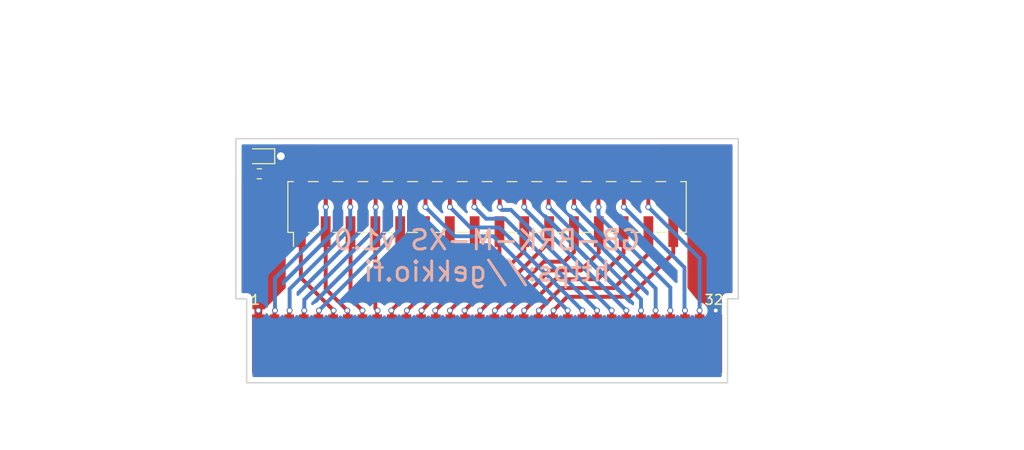
<source format=kicad_pcb>
(kicad_pcb (version 20171130) (host pcbnew 5.0.2-bee76a0~70~ubuntu18.10.1)

  (general
    (thickness 1)
    (drawings 15)
    (tracks 217)
    (zones 0)
    (modules 4)
    (nets 34)
  )

  (page A4)
  (title_block
    (title GB-BRK-M-XS)
    (rev v1.0)
    (company https://gekkio.fi)
  )

  (layers
    (0 F.Cu signal)
    (31 B.Cu signal)
    (32 B.Adhes user)
    (33 F.Adhes user)
    (34 B.Paste user)
    (35 F.Paste user)
    (36 B.SilkS user)
    (37 F.SilkS user)
    (38 B.Mask user)
    (39 F.Mask user)
    (40 Dwgs.User user)
    (41 Cmts.User user)
    (42 Eco1.User user)
    (43 Eco2.User user)
    (44 Edge.Cuts user)
    (45 Margin user)
    (46 B.CrtYd user)
    (47 F.CrtYd user)
    (48 B.Fab user)
    (49 F.Fab user)
  )

  (setup
    (last_trace_width 0.4)
    (user_trace_width 1)
    (trace_clearance 0.4)
    (zone_clearance 0.508)
    (zone_45_only yes)
    (trace_min 0.21)
    (segment_width 0.1)
    (edge_width 0.15)
    (via_size 0.6)
    (via_drill 0.4)
    (via_min_size 0.4)
    (via_min_drill 0.3)
    (uvia_size 0.3)
    (uvia_drill 0.1)
    (uvias_allowed no)
    (uvia_min_size 0.2)
    (uvia_min_drill 0.1)
    (pcb_text_width 0.3)
    (pcb_text_size 1.5 1.5)
    (mod_edge_width 0.15)
    (mod_text_size 1 1)
    (mod_text_width 0.15)
    (pad_size 2.25 2.25)
    (pad_drill 2.25)
    (pad_to_mask_clearance 0)
    (solder_mask_min_width 0.2)
    (aux_axis_origin 100 100)
    (visible_elements FFFFFF7F)
    (pcbplotparams
      (layerselection 0x010fc_ffffffff)
      (usegerberextensions false)
      (usegerberattributes false)
      (usegerberadvancedattributes false)
      (creategerberjobfile true)
      (excludeedgelayer false)
      (linewidth 0.100000)
      (plotframeref false)
      (viasonmask false)
      (mode 1)
      (useauxorigin false)
      (hpglpennumber 1)
      (hpglpenspeed 20)
      (hpglpendiameter 15.000000)
      (psnegative false)
      (psa4output false)
      (plotreference true)
      (plotvalue true)
      (plotinvisibletext false)
      (padsonsilk false)
      (subtractmaskfromsilk false)
      (outputformat 1)
      (mirror false)
      (drillshape 0)
      (scaleselection 1)
      (outputdirectory "gerber/"))
  )

  (net 0 "")
  (net 1 +5V)
  (net 2 GND)
  (net 3 "Net-(D1-Pad2)")
  (net 4 ~WR)
  (net 5 ~RD)
  (net 6 ~CS)
  (net 7 ~RES)
  (net 8 /A0)
  (net 9 /PHI)
  (net 10 /A1)
  (net 11 /A2)
  (net 12 /A3)
  (net 13 /A4)
  (net 14 /D0)
  (net 15 /A5)
  (net 16 /D1)
  (net 17 /A6)
  (net 18 /D2)
  (net 19 /A7)
  (net 20 /D3)
  (net 21 /A8)
  (net 22 /D4)
  (net 23 /A9)
  (net 24 /D5)
  (net 25 /A10)
  (net 26 /D6)
  (net 27 /A11)
  (net 28 /D7)
  (net 29 /A12)
  (net 30 /A13)
  (net 31 /VIN)
  (net 32 /A14)
  (net 33 /A15)

  (net_class Default "This is the default net class."
    (clearance 0.4)
    (trace_width 0.4)
    (via_dia 0.6)
    (via_drill 0.4)
    (uvia_dia 0.3)
    (uvia_drill 0.1)
    (add_net /A0)
    (add_net /A1)
    (add_net /A10)
    (add_net /A11)
    (add_net /A12)
    (add_net /A13)
    (add_net /A14)
    (add_net /A15)
    (add_net /A2)
    (add_net /A3)
    (add_net /A4)
    (add_net /A5)
    (add_net /A6)
    (add_net /A7)
    (add_net /A8)
    (add_net /A9)
    (add_net /D0)
    (add_net /D1)
    (add_net /D2)
    (add_net /D3)
    (add_net /D4)
    (add_net /D5)
    (add_net /D6)
    (add_net /D7)
    (add_net /PHI)
    (add_net /VIN)
    (add_net "Net-(D1-Pad2)")
    (add_net ~CS)
    (add_net ~RD)
    (add_net ~RES)
    (add_net ~WR)
  )

  (net_class Power ""
    (clearance 0.4)
    (trace_width 0.8)
    (via_dia 1)
    (via_drill 0.8)
    (uvia_dia 0.3)
    (uvia_drill 0.1)
    (add_net +5V)
    (add_net GND)
  )

  (module Gekkio_GameBoy:GameBoy_Cartridge locked (layer F.Cu) (tedit 597D92D5) (tstamp 5963D75D)
    (at 100 96)
    (descr "Game Boy cartridge edge connector")
    (tags "gameboy cartridge")
    (path /5A5FBCE0)
    (attr virtual)
    (fp_text reference J2 (at 0 -6) (layer F.SilkS) hide
      (effects (font (size 1 1) (thickness 0.15)))
    )
    (fp_text value Conn_GameBoy_Cartridge (at 0 -4.6) (layer F.Fab)
      (effects (font (size 1 1) (thickness 0.15)))
    )
    (fp_line (start 24.6 -3.5) (end 24.6 3.5) (layer F.CrtYd) (width 0.05))
    (fp_line (start 24.6 3.5) (end -24.6 3.5) (layer F.CrtYd) (width 0.05))
    (fp_line (start -24.6 3.5) (end -24.6 -3.5) (layer F.CrtYd) (width 0.05))
    (fp_line (start -24.6 -3.5) (end 24.6 -3.5) (layer F.CrtYd) (width 0.05))
    (fp_line (start -24.6 -4.6) (end -25.7 -4.6) (layer F.Fab) (width 0.1))
    (fp_line (start -25.7 -4.6) (end -25.7 -7) (layer F.Fab) (width 0.1))
    (fp_line (start 24.6 -4.6) (end 25.7 -4.6) (layer F.Fab) (width 0.1))
    (fp_line (start 25.7 -4.6) (end 25.7 -7) (layer F.Fab) (width 0.1))
    (fp_line (start 24.6 4) (end 24.6 -4.6) (layer F.Fab) (width 0.1))
    (fp_line (start -24.6 4) (end -24.6 -4.6) (layer F.Fab) (width 0.1))
    (fp_line (start -24.6 4) (end 24.6 4) (layer F.Fab) (width 0.1))
    (fp_text user %R (at 0 3) (layer F.Fab)
      (effects (font (size 0.6 0.6) (thickness 0.08)))
    )
    (fp_text user 32 (at 23.2 -4.5) (layer F.SilkS)
      (effects (font (size 1 1) (thickness 0.15)))
    )
    (fp_text user 1 (at -23.7 -4.5) (layer F.SilkS)
      (effects (font (size 1 1) (thickness 0.15)))
    )
    (pad 32 connect rect (at 23.4 0 90) (size 6 1.3) (layers F.Cu F.Mask)
      (net 2 GND))
    (pad 31 connect rect (at 21.75 -0.25 90) (size 5.5 1) (layers F.Cu F.Mask)
      (net 31 /VIN))
    (pad 30 connect rect (at 20.25 -0.25 90) (size 5.5 1) (layers F.Cu F.Mask)
      (net 7 ~RES))
    (pad 29 connect rect (at 18.75 -0.25 90) (size 5.5 1) (layers F.Cu F.Mask)
      (net 28 /D7))
    (pad 28 connect rect (at 17.25 -0.25 90) (size 5.5 1) (layers F.Cu F.Mask)
      (net 26 /D6))
    (pad 27 connect rect (at 15.75 -0.25 90) (size 5.5 1) (layers F.Cu F.Mask)
      (net 24 /D5))
    (pad 26 connect rect (at 14.25 -0.25 90) (size 5.5 1) (layers F.Cu F.Mask)
      (net 22 /D4))
    (pad 25 connect rect (at 12.75 -0.25 90) (size 5.5 1) (layers F.Cu F.Mask)
      (net 20 /D3))
    (pad 24 connect rect (at 11.25 -0.25 90) (size 5.5 1) (layers F.Cu F.Mask)
      (net 18 /D2))
    (pad 23 connect rect (at 9.75 -0.25 90) (size 5.5 1) (layers F.Cu F.Mask)
      (net 16 /D1))
    (pad 22 connect rect (at 8.25 -0.25 90) (size 5.5 1) (layers F.Cu F.Mask)
      (net 14 /D0))
    (pad 21 connect rect (at 6.75 -0.25 90) (size 5.5 1) (layers F.Cu F.Mask)
      (net 33 /A15))
    (pad 20 connect rect (at 5.25 -0.25 90) (size 5.5 1) (layers F.Cu F.Mask)
      (net 32 /A14))
    (pad 19 connect rect (at 3.75 -0.25 90) (size 5.5 1) (layers F.Cu F.Mask)
      (net 30 /A13))
    (pad 18 connect rect (at 2.25 -0.25 90) (size 5.5 1) (layers F.Cu F.Mask)
      (net 29 /A12))
    (pad 17 connect rect (at 0.75 -0.25 90) (size 5.5 1) (layers F.Cu F.Mask)
      (net 27 /A11))
    (pad 16 connect rect (at -0.75 -0.25 90) (size 5.5 1) (layers F.Cu F.Mask)
      (net 25 /A10))
    (pad 15 connect rect (at -2.25 -0.25 90) (size 5.5 1) (layers F.Cu F.Mask)
      (net 23 /A9))
    (pad 14 connect rect (at -3.75 -0.25 90) (size 5.5 1) (layers F.Cu F.Mask)
      (net 21 /A8))
    (pad 13 connect rect (at -5.25 -0.25 90) (size 5.5 1) (layers F.Cu F.Mask)
      (net 19 /A7))
    (pad 12 connect rect (at -6.75 -0.25 90) (size 5.5 1) (layers F.Cu F.Mask)
      (net 17 /A6))
    (pad 11 connect rect (at -8.25 -0.25 90) (size 5.5 1) (layers F.Cu F.Mask)
      (net 15 /A5))
    (pad 10 connect rect (at -9.75 -0.25 90) (size 5.5 1) (layers F.Cu F.Mask)
      (net 13 /A4))
    (pad 9 connect rect (at -11.25 -0.25 90) (size 5.5 1) (layers F.Cu F.Mask)
      (net 12 /A3))
    (pad 8 connect rect (at -12.75 -0.25 90) (size 5.5 1) (layers F.Cu F.Mask)
      (net 11 /A2))
    (pad 7 connect rect (at -14.25 -0.25 90) (size 5.5 1) (layers F.Cu F.Mask)
      (net 10 /A1))
    (pad 6 connect rect (at -15.75 -0.25 90) (size 5.5 1) (layers F.Cu F.Mask)
      (net 8 /A0))
    (pad 5 connect rect (at -17.25 -0.25 90) (size 5.5 1) (layers F.Cu F.Mask)
      (net 6 ~CS))
    (pad 4 connect rect (at -18.75 -0.25 90) (size 5.5 1) (layers F.Cu F.Mask)
      (net 5 ~RD))
    (pad 3 connect rect (at -20.25 -0.25 90) (size 5.5 1) (layers F.Cu F.Mask)
      (net 4 ~WR))
    (pad 1 connect rect (at -23.4 0 90) (size 6 1.3) (layers F.Cu F.Mask)
      (net 1 +5V))
    (pad 2 connect rect (at -21.75 -0.25 90) (size 5.5 1) (layers F.Cu F.Mask)
      (net 9 /PHI))
  )

  (module LED_SMD:LED_0603_1608Metric (layer F.Cu) (tedit 5A5FBC95) (tstamp 5A5FBE9F)
    (at 76.8 76.8 180)
    (descr "LED SMD 0603 (1608 Metric), square (rectangular) end terminal, IPC_7351 nominal, (Body size source: http://www.tortai-tech.com/upload/download/2011102023233369053.pdf), generated with kicad-footprint-generator")
    (tags diode)
    (path /5910CC2A)
    (attr smd)
    (fp_text reference D1 (at 0 -1.65 180) (layer F.SilkS) hide
      (effects (font (size 1 1) (thickness 0.15)))
    )
    (fp_text value LED_R (at 5 0 180) (layer F.Fab)
      (effects (font (size 1 1) (thickness 0.15)))
    )
    (fp_line (start 0.8 -0.4) (end -0.5 -0.4) (layer F.Fab) (width 0.1))
    (fp_line (start -0.5 -0.4) (end -0.8 -0.1) (layer F.Fab) (width 0.1))
    (fp_line (start -0.8 -0.1) (end -0.8 0.4) (layer F.Fab) (width 0.1))
    (fp_line (start -0.8 0.4) (end 0.8 0.4) (layer F.Fab) (width 0.1))
    (fp_line (start 0.8 0.4) (end 0.8 -0.4) (layer F.Fab) (width 0.1))
    (fp_line (start 0.8 -0.76) (end -1.47 -0.76) (layer F.SilkS) (width 0.12))
    (fp_line (start -1.47 -0.76) (end -1.47 0.76) (layer F.SilkS) (width 0.12))
    (fp_line (start -1.47 0.76) (end 0.8 0.76) (layer F.SilkS) (width 0.12))
    (fp_line (start -1.46 0.75) (end -1.46 -0.75) (layer F.CrtYd) (width 0.05))
    (fp_line (start -1.46 -0.75) (end 1.46 -0.75) (layer F.CrtYd) (width 0.05))
    (fp_line (start 1.46 -0.75) (end 1.46 0.75) (layer F.CrtYd) (width 0.05))
    (fp_line (start 1.46 0.75) (end -1.46 0.75) (layer F.CrtYd) (width 0.05))
    (fp_text user %R (at 0 0 180) (layer F.Fab)
      (effects (font (size 0.5 0.5) (thickness 0.08)))
    )
    (pad 1 smd rect (at -0.875 0 180) (size 0.67 1) (layers F.Cu F.Paste F.Mask)
      (net 2 GND))
    (pad 2 smd rect (at 0.875 0 180) (size 0.67 1) (layers F.Cu F.Paste F.Mask)
      (net 3 "Net-(D1-Pad2)"))
    (model ${KISYS3DMOD}/LED_SMD.3dshapes/LED_0603_1608Metric.wrl
      (at (xyz 0 0 0))
      (scale (xyz 1 1 1))
      (rotate (xyz 0 0 0))
    )
  )

  (module Connector_PinHeader_2.54mm:PinHeader_2x16_P2.54mm_Vertical_SMD locked (layer F.Cu) (tedit 5A5FBC99) (tstamp 5A5FBEB1)
    (at 100 82 90)
    (descr "surface-mounted straight pin header, 2x16, 2.54mm pitch, double rows")
    (tags "Surface mounted pin header SMD 2x16 2.54mm double row")
    (path /5910D7D7)
    (attr smd)
    (fp_text reference J1 (at 0 -21.38 90) (layer F.SilkS) hide
      (effects (font (size 1 1) (thickness 0.15)))
    )
    (fp_text value CONN_02X16 (at 0 21.38 90) (layer F.Fab)
      (effects (font (size 1 1) (thickness 0.15)))
    )
    (fp_line (start 2.54 20.32) (end -2.54 20.32) (layer F.Fab) (width 0.1))
    (fp_line (start -1.59 -20.32) (end 2.54 -20.32) (layer F.Fab) (width 0.1))
    (fp_line (start -2.54 20.32) (end -2.54 -19.37) (layer F.Fab) (width 0.1))
    (fp_line (start -2.54 -19.37) (end -1.59 -20.32) (layer F.Fab) (width 0.1))
    (fp_line (start 2.54 -20.32) (end 2.54 20.32) (layer F.Fab) (width 0.1))
    (fp_line (start -2.54 -19.37) (end -3.6 -19.37) (layer F.Fab) (width 0.1))
    (fp_line (start -3.6 -19.37) (end -3.6 -18.73) (layer F.Fab) (width 0.1))
    (fp_line (start -3.6 -18.73) (end -2.54 -18.73) (layer F.Fab) (width 0.1))
    (fp_line (start 2.54 -19.37) (end 3.6 -19.37) (layer F.Fab) (width 0.1))
    (fp_line (start 3.6 -19.37) (end 3.6 -18.73) (layer F.Fab) (width 0.1))
    (fp_line (start 3.6 -18.73) (end 2.54 -18.73) (layer F.Fab) (width 0.1))
    (fp_line (start -2.54 -16.83) (end -3.6 -16.83) (layer F.Fab) (width 0.1))
    (fp_line (start -3.6 -16.83) (end -3.6 -16.19) (layer F.Fab) (width 0.1))
    (fp_line (start -3.6 -16.19) (end -2.54 -16.19) (layer F.Fab) (width 0.1))
    (fp_line (start 2.54 -16.83) (end 3.6 -16.83) (layer F.Fab) (width 0.1))
    (fp_line (start 3.6 -16.83) (end 3.6 -16.19) (layer F.Fab) (width 0.1))
    (fp_line (start 3.6 -16.19) (end 2.54 -16.19) (layer F.Fab) (width 0.1))
    (fp_line (start -2.54 -14.29) (end -3.6 -14.29) (layer F.Fab) (width 0.1))
    (fp_line (start -3.6 -14.29) (end -3.6 -13.65) (layer F.Fab) (width 0.1))
    (fp_line (start -3.6 -13.65) (end -2.54 -13.65) (layer F.Fab) (width 0.1))
    (fp_line (start 2.54 -14.29) (end 3.6 -14.29) (layer F.Fab) (width 0.1))
    (fp_line (start 3.6 -14.29) (end 3.6 -13.65) (layer F.Fab) (width 0.1))
    (fp_line (start 3.6 -13.65) (end 2.54 -13.65) (layer F.Fab) (width 0.1))
    (fp_line (start -2.54 -11.75) (end -3.6 -11.75) (layer F.Fab) (width 0.1))
    (fp_line (start -3.6 -11.75) (end -3.6 -11.11) (layer F.Fab) (width 0.1))
    (fp_line (start -3.6 -11.11) (end -2.54 -11.11) (layer F.Fab) (width 0.1))
    (fp_line (start 2.54 -11.75) (end 3.6 -11.75) (layer F.Fab) (width 0.1))
    (fp_line (start 3.6 -11.75) (end 3.6 -11.11) (layer F.Fab) (width 0.1))
    (fp_line (start 3.6 -11.11) (end 2.54 -11.11) (layer F.Fab) (width 0.1))
    (fp_line (start -2.54 -9.21) (end -3.6 -9.21) (layer F.Fab) (width 0.1))
    (fp_line (start -3.6 -9.21) (end -3.6 -8.57) (layer F.Fab) (width 0.1))
    (fp_line (start -3.6 -8.57) (end -2.54 -8.57) (layer F.Fab) (width 0.1))
    (fp_line (start 2.54 -9.21) (end 3.6 -9.21) (layer F.Fab) (width 0.1))
    (fp_line (start 3.6 -9.21) (end 3.6 -8.57) (layer F.Fab) (width 0.1))
    (fp_line (start 3.6 -8.57) (end 2.54 -8.57) (layer F.Fab) (width 0.1))
    (fp_line (start -2.54 -6.67) (end -3.6 -6.67) (layer F.Fab) (width 0.1))
    (fp_line (start -3.6 -6.67) (end -3.6 -6.03) (layer F.Fab) (width 0.1))
    (fp_line (start -3.6 -6.03) (end -2.54 -6.03) (layer F.Fab) (width 0.1))
    (fp_line (start 2.54 -6.67) (end 3.6 -6.67) (layer F.Fab) (width 0.1))
    (fp_line (start 3.6 -6.67) (end 3.6 -6.03) (layer F.Fab) (width 0.1))
    (fp_line (start 3.6 -6.03) (end 2.54 -6.03) (layer F.Fab) (width 0.1))
    (fp_line (start -2.54 -4.13) (end -3.6 -4.13) (layer F.Fab) (width 0.1))
    (fp_line (start -3.6 -4.13) (end -3.6 -3.49) (layer F.Fab) (width 0.1))
    (fp_line (start -3.6 -3.49) (end -2.54 -3.49) (layer F.Fab) (width 0.1))
    (fp_line (start 2.54 -4.13) (end 3.6 -4.13) (layer F.Fab) (width 0.1))
    (fp_line (start 3.6 -4.13) (end 3.6 -3.49) (layer F.Fab) (width 0.1))
    (fp_line (start 3.6 -3.49) (end 2.54 -3.49) (layer F.Fab) (width 0.1))
    (fp_line (start -2.54 -1.59) (end -3.6 -1.59) (layer F.Fab) (width 0.1))
    (fp_line (start -3.6 -1.59) (end -3.6 -0.95) (layer F.Fab) (width 0.1))
    (fp_line (start -3.6 -0.95) (end -2.54 -0.95) (layer F.Fab) (width 0.1))
    (fp_line (start 2.54 -1.59) (end 3.6 -1.59) (layer F.Fab) (width 0.1))
    (fp_line (start 3.6 -1.59) (end 3.6 -0.95) (layer F.Fab) (width 0.1))
    (fp_line (start 3.6 -0.95) (end 2.54 -0.95) (layer F.Fab) (width 0.1))
    (fp_line (start -2.54 0.95) (end -3.6 0.95) (layer F.Fab) (width 0.1))
    (fp_line (start -3.6 0.95) (end -3.6 1.59) (layer F.Fab) (width 0.1))
    (fp_line (start -3.6 1.59) (end -2.54 1.59) (layer F.Fab) (width 0.1))
    (fp_line (start 2.54 0.95) (end 3.6 0.95) (layer F.Fab) (width 0.1))
    (fp_line (start 3.6 0.95) (end 3.6 1.59) (layer F.Fab) (width 0.1))
    (fp_line (start 3.6 1.59) (end 2.54 1.59) (layer F.Fab) (width 0.1))
    (fp_line (start -2.54 3.49) (end -3.6 3.49) (layer F.Fab) (width 0.1))
    (fp_line (start -3.6 3.49) (end -3.6 4.13) (layer F.Fab) (width 0.1))
    (fp_line (start -3.6 4.13) (end -2.54 4.13) (layer F.Fab) (width 0.1))
    (fp_line (start 2.54 3.49) (end 3.6 3.49) (layer F.Fab) (width 0.1))
    (fp_line (start 3.6 3.49) (end 3.6 4.13) (layer F.Fab) (width 0.1))
    (fp_line (start 3.6 4.13) (end 2.54 4.13) (layer F.Fab) (width 0.1))
    (fp_line (start -2.54 6.03) (end -3.6 6.03) (layer F.Fab) (width 0.1))
    (fp_line (start -3.6 6.03) (end -3.6 6.67) (layer F.Fab) (width 0.1))
    (fp_line (start -3.6 6.67) (end -2.54 6.67) (layer F.Fab) (width 0.1))
    (fp_line (start 2.54 6.03) (end 3.6 6.03) (layer F.Fab) (width 0.1))
    (fp_line (start 3.6 6.03) (end 3.6 6.67) (layer F.Fab) (width 0.1))
    (fp_line (start 3.6 6.67) (end 2.54 6.67) (layer F.Fab) (width 0.1))
    (fp_line (start -2.54 8.57) (end -3.6 8.57) (layer F.Fab) (width 0.1))
    (fp_line (start -3.6 8.57) (end -3.6 9.21) (layer F.Fab) (width 0.1))
    (fp_line (start -3.6 9.21) (end -2.54 9.21) (layer F.Fab) (width 0.1))
    (fp_line (start 2.54 8.57) (end 3.6 8.57) (layer F.Fab) (width 0.1))
    (fp_line (start 3.6 8.57) (end 3.6 9.21) (layer F.Fab) (width 0.1))
    (fp_line (start 3.6 9.21) (end 2.54 9.21) (layer F.Fab) (width 0.1))
    (fp_line (start -2.54 11.11) (end -3.6 11.11) (layer F.Fab) (width 0.1))
    (fp_line (start -3.6 11.11) (end -3.6 11.75) (layer F.Fab) (width 0.1))
    (fp_line (start -3.6 11.75) (end -2.54 11.75) (layer F.Fab) (width 0.1))
    (fp_line (start 2.54 11.11) (end 3.6 11.11) (layer F.Fab) (width 0.1))
    (fp_line (start 3.6 11.11) (end 3.6 11.75) (layer F.Fab) (width 0.1))
    (fp_line (start 3.6 11.75) (end 2.54 11.75) (layer F.Fab) (width 0.1))
    (fp_line (start -2.54 13.65) (end -3.6 13.65) (layer F.Fab) (width 0.1))
    (fp_line (start -3.6 13.65) (end -3.6 14.29) (layer F.Fab) (width 0.1))
    (fp_line (start -3.6 14.29) (end -2.54 14.29) (layer F.Fab) (width 0.1))
    (fp_line (start 2.54 13.65) (end 3.6 13.65) (layer F.Fab) (width 0.1))
    (fp_line (start 3.6 13.65) (end 3.6 14.29) (layer F.Fab) (width 0.1))
    (fp_line (start 3.6 14.29) (end 2.54 14.29) (layer F.Fab) (width 0.1))
    (fp_line (start -2.54 16.19) (end -3.6 16.19) (layer F.Fab) (width 0.1))
    (fp_line (start -3.6 16.19) (end -3.6 16.83) (layer F.Fab) (width 0.1))
    (fp_line (start -3.6 16.83) (end -2.54 16.83) (layer F.Fab) (width 0.1))
    (fp_line (start 2.54 16.19) (end 3.6 16.19) (layer F.Fab) (width 0.1))
    (fp_line (start 3.6 16.19) (end 3.6 16.83) (layer F.Fab) (width 0.1))
    (fp_line (start 3.6 16.83) (end 2.54 16.83) (layer F.Fab) (width 0.1))
    (fp_line (start -2.54 18.73) (end -3.6 18.73) (layer F.Fab) (width 0.1))
    (fp_line (start -3.6 18.73) (end -3.6 19.37) (layer F.Fab) (width 0.1))
    (fp_line (start -3.6 19.37) (end -2.54 19.37) (layer F.Fab) (width 0.1))
    (fp_line (start 2.54 18.73) (end 3.6 18.73) (layer F.Fab) (width 0.1))
    (fp_line (start 3.6 18.73) (end 3.6 19.37) (layer F.Fab) (width 0.1))
    (fp_line (start 3.6 19.37) (end 2.54 19.37) (layer F.Fab) (width 0.1))
    (fp_line (start -2.6 -20.38) (end 2.6 -20.38) (layer F.SilkS) (width 0.12))
    (fp_line (start -2.6 20.38) (end 2.6 20.38) (layer F.SilkS) (width 0.12))
    (fp_line (start -4.04 -19.81) (end -2.6 -19.81) (layer F.SilkS) (width 0.12))
    (fp_line (start -2.6 -20.38) (end -2.6 -19.81) (layer F.SilkS) (width 0.12))
    (fp_line (start 2.6 -20.38) (end 2.6 -19.81) (layer F.SilkS) (width 0.12))
    (fp_line (start -2.6 19.81) (end -2.6 20.38) (layer F.SilkS) (width 0.12))
    (fp_line (start 2.6 19.81) (end 2.6 20.38) (layer F.SilkS) (width 0.12))
    (fp_line (start -2.6 -18.29) (end -2.6 -17.27) (layer F.SilkS) (width 0.12))
    (fp_line (start 2.6 -18.29) (end 2.6 -17.27) (layer F.SilkS) (width 0.12))
    (fp_line (start -2.6 -15.75) (end -2.6 -14.73) (layer F.SilkS) (width 0.12))
    (fp_line (start 2.6 -15.75) (end 2.6 -14.73) (layer F.SilkS) (width 0.12))
    (fp_line (start -2.6 -13.21) (end -2.6 -12.19) (layer F.SilkS) (width 0.12))
    (fp_line (start 2.6 -13.21) (end 2.6 -12.19) (layer F.SilkS) (width 0.12))
    (fp_line (start -2.6 -10.67) (end -2.6 -9.65) (layer F.SilkS) (width 0.12))
    (fp_line (start 2.6 -10.67) (end 2.6 -9.65) (layer F.SilkS) (width 0.12))
    (fp_line (start -2.6 -8.13) (end -2.6 -7.11) (layer F.SilkS) (width 0.12))
    (fp_line (start 2.6 -8.13) (end 2.6 -7.11) (layer F.SilkS) (width 0.12))
    (fp_line (start -2.6 -5.59) (end -2.6 -4.57) (layer F.SilkS) (width 0.12))
    (fp_line (start 2.6 -5.59) (end 2.6 -4.57) (layer F.SilkS) (width 0.12))
    (fp_line (start -2.6 -3.05) (end -2.6 -2.03) (layer F.SilkS) (width 0.12))
    (fp_line (start 2.6 -3.05) (end 2.6 -2.03) (layer F.SilkS) (width 0.12))
    (fp_line (start -2.6 -0.51) (end -2.6 0.51) (layer F.SilkS) (width 0.12))
    (fp_line (start 2.6 -0.51) (end 2.6 0.51) (layer F.SilkS) (width 0.12))
    (fp_line (start -2.6 2.03) (end -2.6 3.05) (layer F.SilkS) (width 0.12))
    (fp_line (start 2.6 2.03) (end 2.6 3.05) (layer F.SilkS) (width 0.12))
    (fp_line (start -2.6 4.57) (end -2.6 5.59) (layer F.SilkS) (width 0.12))
    (fp_line (start 2.6 4.57) (end 2.6 5.59) (layer F.SilkS) (width 0.12))
    (fp_line (start -2.6 7.11) (end -2.6 8.13) (layer F.SilkS) (width 0.12))
    (fp_line (start 2.6 7.11) (end 2.6 8.13) (layer F.SilkS) (width 0.12))
    (fp_line (start -2.6 9.65) (end -2.6 10.67) (layer F.SilkS) (width 0.12))
    (fp_line (start 2.6 9.65) (end 2.6 10.67) (layer F.SilkS) (width 0.12))
    (fp_line (start -2.6 12.19) (end -2.6 13.21) (layer F.SilkS) (width 0.12))
    (fp_line (start 2.6 12.19) (end 2.6 13.21) (layer F.SilkS) (width 0.12))
    (fp_line (start -2.6 14.73) (end -2.6 15.75) (layer F.SilkS) (width 0.12))
    (fp_line (start 2.6 14.73) (end 2.6 15.75) (layer F.SilkS) (width 0.12))
    (fp_line (start -2.6 17.27) (end -2.6 18.29) (layer F.SilkS) (width 0.12))
    (fp_line (start 2.6 17.27) (end 2.6 18.29) (layer F.SilkS) (width 0.12))
    (fp_line (start -5.9 -20.85) (end -5.9 20.85) (layer F.CrtYd) (width 0.05))
    (fp_line (start -5.9 20.85) (end 5.9 20.85) (layer F.CrtYd) (width 0.05))
    (fp_line (start 5.9 20.85) (end 5.9 -20.85) (layer F.CrtYd) (width 0.05))
    (fp_line (start 5.9 -20.85) (end -5.9 -20.85) (layer F.CrtYd) (width 0.05))
    (fp_text user %R (at 0 0 180) (layer F.Fab)
      (effects (font (size 1 1) (thickness 0.15)))
    )
    (pad 1 smd rect (at -2.525 -19.05 90) (size 3.15 1) (layers F.Cu F.Paste F.Mask)
      (net 8 /A0))
    (pad 2 smd rect (at 2.525 -19.05 90) (size 3.15 1) (layers F.Cu F.Paste F.Mask)
      (net 1 +5V))
    (pad 3 smd rect (at -2.525 -16.51 90) (size 3.15 1) (layers F.Cu F.Paste F.Mask)
      (net 10 /A1))
    (pad 4 smd rect (at 2.525 -16.51 90) (size 3.15 1) (layers F.Cu F.Paste F.Mask)
      (net 9 /PHI))
    (pad 5 smd rect (at -2.525 -13.97 90) (size 3.15 1) (layers F.Cu F.Paste F.Mask)
      (net 11 /A2))
    (pad 6 smd rect (at 2.525 -13.97 90) (size 3.15 1) (layers F.Cu F.Paste F.Mask)
      (net 4 ~WR))
    (pad 7 smd rect (at -2.525 -11.43 90) (size 3.15 1) (layers F.Cu F.Paste F.Mask)
      (net 12 /A3))
    (pad 8 smd rect (at 2.525 -11.43 90) (size 3.15 1) (layers F.Cu F.Paste F.Mask)
      (net 5 ~RD))
    (pad 9 smd rect (at -2.525 -8.89 90) (size 3.15 1) (layers F.Cu F.Paste F.Mask)
      (net 13 /A4))
    (pad 10 smd rect (at 2.525 -8.89 90) (size 3.15 1) (layers F.Cu F.Paste F.Mask)
      (net 6 ~CS))
    (pad 11 smd rect (at -2.525 -6.35 90) (size 3.15 1) (layers F.Cu F.Paste F.Mask)
      (net 15 /A5))
    (pad 12 smd rect (at 2.525 -6.35 90) (size 3.15 1) (layers F.Cu F.Paste F.Mask)
      (net 14 /D0))
    (pad 13 smd rect (at -2.525 -3.81 90) (size 3.15 1) (layers F.Cu F.Paste F.Mask)
      (net 17 /A6))
    (pad 14 smd rect (at 2.525 -3.81 90) (size 3.15 1) (layers F.Cu F.Paste F.Mask)
      (net 16 /D1))
    (pad 15 smd rect (at -2.525 -1.27 90) (size 3.15 1) (layers F.Cu F.Paste F.Mask)
      (net 19 /A7))
    (pad 16 smd rect (at 2.525 -1.27 90) (size 3.15 1) (layers F.Cu F.Paste F.Mask)
      (net 18 /D2))
    (pad 17 smd rect (at -2.525 1.27 90) (size 3.15 1) (layers F.Cu F.Paste F.Mask)
      (net 21 /A8))
    (pad 18 smd rect (at 2.525 1.27 90) (size 3.15 1) (layers F.Cu F.Paste F.Mask)
      (net 20 /D3))
    (pad 19 smd rect (at -2.525 3.81 90) (size 3.15 1) (layers F.Cu F.Paste F.Mask)
      (net 23 /A9))
    (pad 20 smd rect (at 2.525 3.81 90) (size 3.15 1) (layers F.Cu F.Paste F.Mask)
      (net 22 /D4))
    (pad 21 smd rect (at -2.525 6.35 90) (size 3.15 1) (layers F.Cu F.Paste F.Mask)
      (net 25 /A10))
    (pad 22 smd rect (at 2.525 6.35 90) (size 3.15 1) (layers F.Cu F.Paste F.Mask)
      (net 24 /D5))
    (pad 23 smd rect (at -2.525 8.89 90) (size 3.15 1) (layers F.Cu F.Paste F.Mask)
      (net 27 /A11))
    (pad 24 smd rect (at 2.525 8.89 90) (size 3.15 1) (layers F.Cu F.Paste F.Mask)
      (net 26 /D6))
    (pad 25 smd rect (at -2.525 11.43 90) (size 3.15 1) (layers F.Cu F.Paste F.Mask)
      (net 29 /A12))
    (pad 26 smd rect (at 2.525 11.43 90) (size 3.15 1) (layers F.Cu F.Paste F.Mask)
      (net 28 /D7))
    (pad 27 smd rect (at -2.525 13.97 90) (size 3.15 1) (layers F.Cu F.Paste F.Mask)
      (net 30 /A13))
    (pad 28 smd rect (at 2.525 13.97 90) (size 3.15 1) (layers F.Cu F.Paste F.Mask)
      (net 7 ~RES))
    (pad 29 smd rect (at -2.525 16.51 90) (size 3.15 1) (layers F.Cu F.Paste F.Mask)
      (net 32 /A14))
    (pad 30 smd rect (at 2.525 16.51 90) (size 3.15 1) (layers F.Cu F.Paste F.Mask)
      (net 31 /VIN))
    (pad 31 smd rect (at -2.525 19.05 90) (size 3.15 1) (layers F.Cu F.Paste F.Mask)
      (net 33 /A15))
    (pad 32 smd rect (at 2.525 19.05 90) (size 3.15 1) (layers F.Cu F.Paste F.Mask)
      (net 2 GND))
    (model ${KISYS3DMOD}/Connector_PinHeader_2.54mm.3dshapes/PinHeader_2x16_P2.54mm_Vertical_SMD.wrl
      (at (xyz 0 0 0))
      (scale (xyz 1 1 1))
      (rotate (xyz 0 0 0))
    )
  )

  (module Resistor_SMD:R_0603_1608Metric (layer F.Cu) (tedit 5A5FBC97) (tstamp 5A5FBF63)
    (at 76.7 78.6 180)
    (descr "Resistor SMD 0603 (1608 Metric), square (rectangular) end terminal, IPC_7351 nominal, (Body size source: http://www.tortai-tech.com/upload/download/2011102023233369053.pdf), generated with kicad-footprint-generator")
    (tags resistor)
    (path /5910CAE9)
    (attr smd)
    (fp_text reference R1 (at 0 -1.65 180) (layer F.SilkS) hide
      (effects (font (size 1 1) (thickness 0.15)))
    )
    (fp_text value 1K (at 3.6 0 180) (layer F.Fab)
      (effects (font (size 1 1) (thickness 0.15)))
    )
    (fp_line (start -0.8 0.4) (end -0.8 -0.4) (layer F.Fab) (width 0.1))
    (fp_line (start -0.8 -0.4) (end 0.8 -0.4) (layer F.Fab) (width 0.1))
    (fp_line (start 0.8 -0.4) (end 0.8 0.4) (layer F.Fab) (width 0.1))
    (fp_line (start 0.8 0.4) (end -0.8 0.4) (layer F.Fab) (width 0.1))
    (fp_line (start -0.22 -0.51) (end 0.22 -0.51) (layer F.SilkS) (width 0.12))
    (fp_line (start -0.22 0.51) (end 0.22 0.51) (layer F.SilkS) (width 0.12))
    (fp_line (start -1.46 0.75) (end -1.46 -0.75) (layer F.CrtYd) (width 0.05))
    (fp_line (start -1.46 -0.75) (end 1.46 -0.75) (layer F.CrtYd) (width 0.05))
    (fp_line (start 1.46 -0.75) (end 1.46 0.75) (layer F.CrtYd) (width 0.05))
    (fp_line (start 1.46 0.75) (end -1.46 0.75) (layer F.CrtYd) (width 0.05))
    (fp_text user %R (at 0 0 180) (layer F.Fab)
      (effects (font (size 0.5 0.5) (thickness 0.08)))
    )
    (pad 1 smd rect (at -0.875 0 180) (size 0.67 1) (layers F.Cu F.Paste F.Mask)
      (net 1 +5V))
    (pad 2 smd rect (at 0.875 0 180) (size 0.67 1) (layers F.Cu F.Paste F.Mask)
      (net 3 "Net-(D1-Pad2)"))
    (model ${KISYS3DMOD}/Resistor_SMD.3dshapes/R_0603_1608Metric.wrl
      (at (xyz 0 0 0))
      (scale (xyz 1 1 1))
      (rotate (xyz 0 0 0))
    )
  )

  (dimension 51.4 (width 0.3) (layer F.Fab)
    (gr_text "51,400 mm" (at 100 62.65) (layer F.Fab)
      (effects (font (size 1.5 1.5) (thickness 0.3)))
    )
    (feature1 (pts (xy 125.7 74) (xy 125.7 61.3)))
    (feature2 (pts (xy 74.3 74) (xy 74.3 61.3)))
    (crossbar (pts (xy 74.3 64) (xy 125.7 64)))
    (arrow1a (pts (xy 125.7 64) (xy 124.573496 64.586421)))
    (arrow1b (pts (xy 125.7 64) (xy 124.573496 63.413579)))
    (arrow2a (pts (xy 74.3 64) (xy 75.426504 64.586421)))
    (arrow2b (pts (xy 74.3 64) (xy 75.426504 63.413579)))
  )
  (gr_text "PCB thickness: 1.0 mm" (at 141.3 105.5) (layer F.Fab)
    (effects (font (size 1.5 1.5) (thickness 0.3)))
  )
  (dimension 16.4 (width 0.3) (layer F.Fab)
    (gr_text "16,400 mm" (at 56.45 83.2 270) (layer F.Fab)
      (effects (font (size 1.5 1.5) (thickness 0.3)))
    )
    (feature1 (pts (xy 66 91.4) (xy 55.1 91.4)))
    (feature2 (pts (xy 66 75) (xy 55.1 75)))
    (crossbar (pts (xy 57.8 75) (xy 57.8 91.4)))
    (arrow1a (pts (xy 57.8 91.4) (xy 57.213579 90.273496)))
    (arrow1b (pts (xy 57.8 91.4) (xy 58.386421 90.273496)))
    (arrow2a (pts (xy 57.8 75) (xy 57.213579 76.126504)))
    (arrow2b (pts (xy 57.8 75) (xy 58.386421 76.126504)))
  )
  (dimension 25 (width 0.3) (layer F.Fab)
    (gr_text "25,000 mm" (at 140.15 87.5 270) (layer F.Fab)
      (effects (font (size 1.5 1.5) (thickness 0.3)))
    )
    (feature1 (pts (xy 130 100) (xy 141.5 100)))
    (feature2 (pts (xy 130 75) (xy 141.5 75)))
    (crossbar (pts (xy 138.8 75) (xy 138.8 100)))
    (arrow1a (pts (xy 138.8 100) (xy 138.213579 98.873496)))
    (arrow1b (pts (xy 138.8 100) (xy 139.386421 98.873496)))
    (arrow2a (pts (xy 138.8 75) (xy 138.213579 76.126504)))
    (arrow2b (pts (xy 138.8 75) (xy 139.386421 76.126504)))
  )
  (dimension 8.6 (width 0.2) (layer F.Fab)
    (gr_text "8,600 mm" (at 69.25 95.7 270) (layer F.Fab)
      (effects (font (size 1 1) (thickness 0.2)))
    )
    (feature1 (pts (xy 73.8 100) (xy 67.9 100)))
    (feature2 (pts (xy 73.8 91.4) (xy 67.9 91.4)))
    (crossbar (pts (xy 70.6 91.4) (xy 70.6 100)))
    (arrow1a (pts (xy 70.6 100) (xy 70.013579 98.873496)))
    (arrow1b (pts (xy 70.6 100) (xy 71.186421 98.873496)))
    (arrow2a (pts (xy 70.6 91.4) (xy 70.013579 92.526504)))
    (arrow2b (pts (xy 70.6 91.4) (xy 71.186421 92.526504)))
  )
  (dimension 49.2 (width 0.3) (layer F.Fab)
    (gr_text "49,200 mm" (at 100 107.05) (layer F.Fab)
      (effects (font (size 1.5 1.5) (thickness 0.3)))
    )
    (feature1 (pts (xy 124.6 100.6) (xy 124.6 108.4)))
    (feature2 (pts (xy 75.4 100.6) (xy 75.4 108.4)))
    (crossbar (pts (xy 75.4 105.7) (xy 124.6 105.7)))
    (arrow1a (pts (xy 124.6 105.7) (xy 123.473496 106.286421)))
    (arrow1b (pts (xy 124.6 105.7) (xy 123.473496 105.113579)))
    (arrow2a (pts (xy 75.4 105.7) (xy 76.526504 106.286421)))
    (arrow2b (pts (xy 75.4 105.7) (xy 76.526504 105.113579)))
  )
  (gr_text "GB-BRK-M-XS v1.0\nhttps://gekkio.fi" (at 100 87) (layer B.SilkS)
    (effects (font (size 2 2) (thickness 0.3)) (justify mirror))
  )
  (gr_line (start 74.3 75) (end 125.7 75) (angle 90) (layer Edge.Cuts) (width 0.15))
  (gr_line (start 74.3 91.4) (end 74.3 75) (angle 90) (layer Edge.Cuts) (width 0.15))
  (gr_line (start 75.4 91.4) (end 74.3 91.4) (angle 90) (layer Edge.Cuts) (width 0.15))
  (gr_line (start 75.4 100) (end 75.4 91.4) (angle 90) (layer Edge.Cuts) (width 0.15))
  (gr_line (start 125.7 91.4) (end 125.7 75) (angle 90) (layer Edge.Cuts) (width 0.15))
  (gr_line (start 124.6 91.4) (end 125.7 91.4) (angle 90) (layer Edge.Cuts) (width 0.15))
  (gr_line (start 124.6 100) (end 124.6 91.4) (angle 90) (layer Edge.Cuts) (width 0.15))
  (gr_line (start 75.4 100) (end 124.6 100) (angle 90) (layer Edge.Cuts) (width 0.15))

  (segment (start 76.6 92.6) (end 76.6 91.5) (width 0.8) (layer F.Cu) (net 1))
  (segment (start 76.6 95.75) (end 76.6 92.6) (width 0.8) (layer F.Cu) (net 1) (status 10))
  (via (at 76.6 92.6) (size 0.6) (drill 0.4) (layers F.Cu B.Cu) (net 1))
  (segment (start 77.6 76.8) (end 78.9 76.8) (width 1) (layer F.Cu) (net 2))
  (via (at 78.9 76.8) (size 1) (drill 0.8) (layers F.Cu B.Cu) (net 2))
  (segment (start 123.4 96) (end 123.4 92.6) (width 0.8) (layer F.Cu) (net 2) (status 10))
  (via (at 123.4 92.6) (size 0.6) (drill 0.4) (layers F.Cu B.Cu) (net 2))
  (segment (start 75.95 78.6) (end 75.95 76.85) (width 0.4) (layer F.Cu) (net 3))
  (segment (start 75.95 76.85) (end 76 76.8) (width 0.4) (layer F.Cu) (net 3))
  (segment (start 79.8 92.6) (end 79.8 90.4) (width 0.4) (layer B.Cu) (net 4))
  (segment (start 79.8 90.4) (end 86 84.2) (width 0.4) (layer B.Cu) (net 4))
  (segment (start 86 84.2) (end 86 82) (width 0.4) (layer B.Cu) (net 4))
  (segment (start 86 82) (end 86 79.505) (width 0.4) (layer F.Cu) (net 4))
  (segment (start 86 79.505) (end 86.03 79.475) (width 0.4) (layer F.Cu) (net 4))
  (via (at 86 82) (size 0.6) (drill 0.4) (layers F.Cu B.Cu) (net 4))
  (segment (start 79.75 95.75) (end 79.75 92.65) (width 0.4) (layer F.Cu) (net 4) (status 10))
  (segment (start 79.75 92.65) (end 79.8 92.6) (width 0.4) (layer F.Cu) (net 4))
  (via (at 79.8 92.6) (size 0.6) (drill 0.4) (layers F.Cu B.Cu) (net 4))
  (segment (start 81.3 92.6) (end 81.3 91.5) (width 0.4) (layer B.Cu) (net 5))
  (segment (start 81.3 91.5) (end 88.6 84.2) (width 0.4) (layer B.Cu) (net 5))
  (segment (start 88.6 84.2) (end 88.6 82) (width 0.4) (layer B.Cu) (net 5))
  (segment (start 88.6 82) (end 88.6 79.505) (width 0.4) (layer F.Cu) (net 5))
  (segment (start 88.6 79.505) (end 88.57 79.475) (width 0.4) (layer F.Cu) (net 5))
  (via (at 88.6 82) (size 0.6) (drill 0.4) (layers F.Cu B.Cu) (net 5))
  (segment (start 81.25 95.75) (end 81.25 92.65) (width 0.4) (layer F.Cu) (net 5) (status 10))
  (segment (start 81.25 92.65) (end 81.3 92.6) (width 0.4) (layer F.Cu) (net 5))
  (via (at 81.3 92.6) (size 0.6) (drill 0.4) (layers F.Cu B.Cu) (net 5))
  (segment (start 82.8 92.6) (end 91.1 84.3) (width 0.4) (layer B.Cu) (net 6))
  (segment (start 91.1 84.3) (end 91.1 82) (width 0.4) (layer B.Cu) (net 6))
  (segment (start 91.1 82) (end 91.1 79.485) (width 0.4) (layer F.Cu) (net 6))
  (segment (start 91.1 79.485) (end 91.11 79.475) (width 0.4) (layer F.Cu) (net 6))
  (via (at 91.1 82) (size 0.6) (drill 0.4) (layers F.Cu B.Cu) (net 6))
  (segment (start 82.75 95.75) (end 82.75 92.65) (width 0.4) (layer F.Cu) (net 6) (status 10))
  (segment (start 82.75 92.65) (end 82.8 92.6) (width 0.4) (layer F.Cu) (net 6))
  (via (at 82.8 92.6) (size 0.6) (drill 0.4) (layers F.Cu B.Cu) (net 6))
  (segment (start 120.25 92.6) (end 120.2 92.55) (width 0.4) (layer B.Cu) (net 7))
  (segment (start 120.2 92.55) (end 120.2 88.2) (width 0.4) (layer B.Cu) (net 7))
  (segment (start 120.2 88.2) (end 114 82) (width 0.4) (layer B.Cu) (net 7))
  (segment (start 114 82) (end 114 79.505) (width 0.4) (layer F.Cu) (net 7))
  (segment (start 114 79.505) (end 113.97 79.475) (width 0.4) (layer F.Cu) (net 7))
  (via (at 114 82) (size 0.6) (drill 0.4) (layers F.Cu B.Cu) (net 7))
  (via (at 120.25 92.6) (size 0.6) (drill 0.4) (layers F.Cu B.Cu) (net 7))
  (segment (start 120.25 92.6) (end 120.25 95.75) (width 0.4) (layer F.Cu) (net 7) (status 20))
  (segment (start 80.95 84.525) (end 80.95 89.25) (width 0.4) (layer F.Cu) (net 8))
  (segment (start 80.95 89.25) (end 84.3 92.6) (width 0.4) (layer F.Cu) (net 8))
  (segment (start 84.25 95.75) (end 84.25 92.65) (width 0.4) (layer F.Cu) (net 8) (status 10))
  (segment (start 84.25 92.65) (end 84.3 92.6) (width 0.4) (layer F.Cu) (net 8))
  (via (at 84.3 92.6) (size 0.6) (drill 0.4) (layers F.Cu B.Cu) (net 8))
  (segment (start 78.3 92.6) (end 78.3 89.3) (width 0.4) (layer B.Cu) (net 9))
  (segment (start 78.3 89.3) (end 83.5 84.1) (width 0.4) (layer B.Cu) (net 9))
  (segment (start 83.5 84.1) (end 83.5 82) (width 0.4) (layer B.Cu) (net 9))
  (segment (start 83.49 81.99) (end 83.5 82) (width 0.4) (layer F.Cu) (net 9))
  (segment (start 83.49 79.475) (end 83.49 81.99) (width 0.4) (layer F.Cu) (net 9))
  (segment (start 83.5 79.485) (end 83.5 82) (width 0.4) (layer F.Cu) (net 9))
  (via (at 83.5 82) (size 0.6) (drill 0.4) (layers F.Cu B.Cu) (net 9))
  (segment (start 78.25 95.75) (end 78.25 92.65) (width 0.4) (layer F.Cu) (net 9) (status 10))
  (segment (start 78.25 92.65) (end 78.3 92.6) (width 0.4) (layer F.Cu) (net 9))
  (via (at 78.3 92.6) (size 0.6) (drill 0.4) (layers F.Cu B.Cu) (net 9))
  (segment (start 83.49 84.525) (end 83.49 90.39) (width 0.4) (layer F.Cu) (net 10))
  (segment (start 83.49 90.39) (end 85.7 92.6) (width 0.4) (layer F.Cu) (net 10))
  (segment (start 85.75 95.75) (end 85.75 92.65) (width 0.4) (layer F.Cu) (net 10) (status 10))
  (segment (start 85.75 92.65) (end 85.7 92.6) (width 0.4) (layer F.Cu) (net 10))
  (via (at 85.7 92.6) (size 0.6) (drill 0.4) (layers F.Cu B.Cu) (net 10))
  (segment (start 86.03 84.525) (end 86.03 91.38) (width 0.4) (layer F.Cu) (net 11))
  (segment (start 86.03 91.38) (end 87.25 92.6) (width 0.4) (layer F.Cu) (net 11))
  (segment (start 87.25 95.75) (end 87.25 92.6) (width 0.4) (layer F.Cu) (net 11) (status 10))
  (via (at 87.25 92.6) (size 0.6) (drill 0.4) (layers F.Cu B.Cu) (net 11))
  (segment (start 88.57 84.525) (end 88.57 92.37) (width 0.4) (layer F.Cu) (net 12))
  (segment (start 88.57 92.37) (end 88.8 92.6) (width 0.4) (layer F.Cu) (net 12))
  (segment (start 88.75 95.75) (end 88.75 92.65) (width 0.4) (layer F.Cu) (net 12) (status 10))
  (segment (start 88.75 92.65) (end 88.8 92.6) (width 0.4) (layer F.Cu) (net 12))
  (via (at 88.8 92.6) (size 0.6) (drill 0.4) (layers F.Cu B.Cu) (net 12))
  (segment (start 91.11 84.525) (end 91.11 91.69) (width 0.4) (layer F.Cu) (net 13))
  (segment (start 91.11 91.69) (end 90.2 92.6) (width 0.4) (layer F.Cu) (net 13))
  (segment (start 90.25 95.75) (end 90.25 92.65) (width 0.4) (layer F.Cu) (net 13) (status 10))
  (segment (start 90.25 92.65) (end 90.2 92.6) (width 0.4) (layer F.Cu) (net 13))
  (via (at 90.2 92.6) (size 0.6) (drill 0.4) (layers F.Cu B.Cu) (net 13))
  (segment (start 108.25 92.6) (end 100.65 85) (width 0.4) (layer B.Cu) (net 14))
  (segment (start 100.65 85) (end 96.7 85) (width 0.4) (layer B.Cu) (net 14))
  (segment (start 96.7 85) (end 93.7 82) (width 0.4) (layer B.Cu) (net 14))
  (segment (start 93.7 82) (end 93.7 79.525) (width 0.4) (layer F.Cu) (net 14))
  (segment (start 93.7 79.525) (end 93.65 79.475) (width 0.4) (layer F.Cu) (net 14))
  (via (at 93.7 82) (size 0.6) (drill 0.4) (layers F.Cu B.Cu) (net 14))
  (via (at 108.25 92.6) (size 0.6) (drill 0.4) (layers F.Cu B.Cu) (net 14))
  (segment (start 108.25 92.6) (end 108.25 95.75) (width 0.4) (layer F.Cu) (net 14) (status 20))
  (segment (start 93.65 84.525) (end 93.65 90.75) (width 0.4) (layer F.Cu) (net 15))
  (segment (start 93.65 90.75) (end 91.8 92.6) (width 0.4) (layer F.Cu) (net 15))
  (segment (start 91.75 95.75) (end 91.75 92.65) (width 0.4) (layer F.Cu) (net 15) (status 10))
  (segment (start 91.75 92.65) (end 91.8 92.6) (width 0.4) (layer F.Cu) (net 15))
  (via (at 91.8 92.6) (size 0.6) (drill 0.4) (layers F.Cu B.Cu) (net 15))
  (segment (start 109.75 92.6) (end 101.25 84.1) (width 0.4) (layer B.Cu) (net 16))
  (segment (start 101.25 84.1) (end 98.3 84.1) (width 0.4) (layer B.Cu) (net 16))
  (segment (start 98.3 84.1) (end 96.2 82) (width 0.4) (layer B.Cu) (net 16))
  (segment (start 96.2 82) (end 96.2 79.485) (width 0.4) (layer F.Cu) (net 16))
  (segment (start 96.2 79.485) (end 96.19 79.475) (width 0.4) (layer F.Cu) (net 16))
  (via (at 96.2 82) (size 0.6) (drill 0.4) (layers F.Cu B.Cu) (net 16))
  (via (at 109.75 92.6) (size 0.6) (drill 0.4) (layers F.Cu B.Cu) (net 16))
  (segment (start 109.75 92.6) (end 109.75 95.75) (width 0.4) (layer F.Cu) (net 16) (status 20))
  (segment (start 96.19 84.525) (end 96.19 89.71) (width 0.4) (layer F.Cu) (net 17))
  (segment (start 96.19 89.71) (end 93.3 92.6) (width 0.4) (layer F.Cu) (net 17))
  (segment (start 93.25 95.75) (end 93.25 92.65) (width 0.4) (layer F.Cu) (net 17) (status 10))
  (segment (start 93.25 92.65) (end 93.3 92.6) (width 0.4) (layer F.Cu) (net 17))
  (via (at 93.3 92.6) (size 0.6) (drill 0.4) (layers F.Cu B.Cu) (net 17))
  (segment (start 111.25 92.6) (end 101.85 83.2) (width 0.4) (layer B.Cu) (net 18))
  (segment (start 101.85 83.2) (end 99.9 83.2) (width 0.4) (layer B.Cu) (net 18))
  (segment (start 99.9 83.2) (end 98.7 82) (width 0.4) (layer B.Cu) (net 18))
  (segment (start 98.7 82) (end 98.7 79.505) (width 0.4) (layer F.Cu) (net 18))
  (segment (start 98.7 79.505) (end 98.73 79.475) (width 0.4) (layer F.Cu) (net 18))
  (via (at 98.7 82) (size 0.6) (drill 0.4) (layers F.Cu B.Cu) (net 18))
  (via (at 111.25 92.6) (size 0.6) (drill 0.4) (layers F.Cu B.Cu) (net 18))
  (segment (start 111.25 92.6) (end 111.25 95.75) (width 0.4) (layer F.Cu) (net 18) (status 20))
  (segment (start 98.73 84.525) (end 98.73 88.57) (width 0.4) (layer F.Cu) (net 19))
  (segment (start 98.73 88.57) (end 94.7 92.6) (width 0.4) (layer F.Cu) (net 19))
  (segment (start 94.75 95.75) (end 94.75 92.65) (width 0.4) (layer F.Cu) (net 19) (status 10))
  (segment (start 94.75 92.65) (end 94.7 92.6) (width 0.4) (layer F.Cu) (net 19))
  (via (at 94.7 92.6) (size 0.6) (drill 0.4) (layers F.Cu B.Cu) (net 19))
  (segment (start 112.75 92.6) (end 102.45 82.3) (width 0.4) (layer B.Cu) (net 20))
  (segment (start 102.45 82.3) (end 101.5 82.3) (width 0.4) (layer B.Cu) (net 20))
  (segment (start 101.5 82.3) (end 101.3 82.1) (width 0.4) (layer B.Cu) (net 20))
  (segment (start 101.3 82.1) (end 101.3 82) (width 0.4) (layer B.Cu) (net 20))
  (segment (start 101.3 82) (end 101.3 79.505) (width 0.4) (layer F.Cu) (net 20))
  (segment (start 101.3 79.505) (end 101.27 79.475) (width 0.4) (layer F.Cu) (net 20))
  (via (at 101.3 82) (size 0.6) (drill 0.4) (layers F.Cu B.Cu) (net 20))
  (segment (start 112.75 92.6) (end 112.75 95.75) (width 0.4) (layer F.Cu) (net 20) (status 20))
  (via (at 112.75 92.6) (size 0.6) (drill 0.4) (layers F.Cu B.Cu) (net 20))
  (segment (start 101.27 84.525) (end 101.27 87.53) (width 0.4) (layer F.Cu) (net 21))
  (segment (start 101.27 87.53) (end 96.2 92.6) (width 0.4) (layer F.Cu) (net 21))
  (segment (start 96.25 95.75) (end 96.25 92.65) (width 0.4) (layer F.Cu) (net 21) (status 10))
  (segment (start 96.25 92.65) (end 96.2 92.6) (width 0.4) (layer F.Cu) (net 21))
  (via (at 96.2 92.6) (size 0.6) (drill 0.4) (layers F.Cu B.Cu) (net 21))
  (segment (start 103.8 82) (end 103.8 79.485) (width 0.4) (layer F.Cu) (net 22))
  (segment (start 103.8 79.485) (end 103.81 79.475) (width 0.4) (layer F.Cu) (net 22))
  (segment (start 114.25 92.6) (end 103.8 82.15) (width 0.4) (layer B.Cu) (net 22))
  (segment (start 103.8 82.15) (end 103.8 82) (width 0.4) (layer B.Cu) (net 22))
  (via (at 103.8 82) (size 0.6) (drill 0.4) (layers F.Cu B.Cu) (net 22))
  (via (at 114.25 92.6) (size 0.6) (drill 0.4) (layers F.Cu B.Cu) (net 22))
  (segment (start 114.25 92.6) (end 114.25 95.75) (width 0.4) (layer F.Cu) (net 22) (status 20))
  (segment (start 103.81 84.525) (end 103.81 86.49) (width 0.4) (layer F.Cu) (net 23))
  (segment (start 103.81 86.49) (end 97.7 92.6) (width 0.4) (layer F.Cu) (net 23))
  (segment (start 97.75 95.75) (end 97.75 92.65) (width 0.4) (layer F.Cu) (net 23) (status 10))
  (segment (start 97.75 92.65) (end 97.7 92.6) (width 0.4) (layer F.Cu) (net 23))
  (via (at 97.7 92.6) (size 0.6) (drill 0.4) (layers F.Cu B.Cu) (net 23))
  (segment (start 106.3 82) (end 106.3 79.525) (width 0.4) (layer F.Cu) (net 24))
  (segment (start 106.3 79.525) (end 106.35 79.475) (width 0.4) (layer F.Cu) (net 24))
  (segment (start 115.75 92.6) (end 115.75 91.45) (width 0.4) (layer B.Cu) (net 24))
  (segment (start 115.75 91.45) (end 106.3 82) (width 0.4) (layer B.Cu) (net 24))
  (via (at 106.3 82) (size 0.6) (drill 0.4) (layers F.Cu B.Cu) (net 24))
  (via (at 115.75 92.6) (size 0.6) (drill 0.4) (layers F.Cu B.Cu) (net 24))
  (segment (start 115.75 92.6) (end 115.75 95.75) (width 0.4) (layer F.Cu) (net 24) (status 20))
  (segment (start 106.35 84.525) (end 106.35 85.6) (width 0.4) (layer F.Cu) (net 25))
  (segment (start 106.35 85.6) (end 99.35 92.6) (width 0.4) (layer F.Cu) (net 25))
  (segment (start 99.35 92.6) (end 99.3 92.6) (width 0.4) (layer F.Cu) (net 25))
  (segment (start 99.25 95.75) (end 99.25 92.65) (width 0.4) (layer F.Cu) (net 25) (status 10))
  (segment (start 99.25 92.65) (end 99.3 92.6) (width 0.4) (layer F.Cu) (net 25))
  (via (at 99.3 92.6) (size 0.6) (drill 0.4) (layers F.Cu B.Cu) (net 25))
  (segment (start 108.9 82) (end 108.9 79.485) (width 0.4) (layer F.Cu) (net 26))
  (segment (start 108.9 79.485) (end 108.89 79.475) (width 0.4) (layer F.Cu) (net 26))
  (segment (start 117.25 92.6) (end 117.25 90.35) (width 0.4) (layer B.Cu) (net 26))
  (segment (start 117.25 90.35) (end 108.9 82) (width 0.4) (layer B.Cu) (net 26))
  (via (at 108.9 82) (size 0.6) (drill 0.4) (layers F.Cu B.Cu) (net 26))
  (via (at 117.25 92.6) (size 0.6) (drill 0.4) (layers F.Cu B.Cu) (net 26))
  (segment (start 117.25 92.6) (end 117.25 95.75) (width 0.4) (layer F.Cu) (net 26) (status 20))
  (segment (start 108.89 84.525) (end 108.89 86.61) (width 0.4) (layer F.Cu) (net 27))
  (segment (start 108.89 86.61) (end 107.9 87.6) (width 0.4) (layer F.Cu) (net 27))
  (segment (start 107.9 87.6) (end 105.8 87.6) (width 0.4) (layer F.Cu) (net 27))
  (segment (start 105.8 87.6) (end 101.099999 92.300001) (width 0.4) (layer F.Cu) (net 27))
  (segment (start 101.099999 92.300001) (end 100.8 92.6) (width 0.4) (layer F.Cu) (net 27))
  (segment (start 100.75 95.75) (end 100.75 92.65) (width 0.4) (layer F.Cu) (net 27) (status 10))
  (segment (start 100.75 92.65) (end 100.8 92.6) (width 0.4) (layer F.Cu) (net 27))
  (via (at 100.8 92.6) (size 0.6) (drill 0.4) (layers F.Cu B.Cu) (net 27))
  (segment (start 118.75 92.6) (end 118.75 90.25) (width 0.4) (layer B.Cu) (net 28))
  (segment (start 118.75 90.25) (end 111.4 82.9) (width 0.4) (layer B.Cu) (net 28))
  (segment (start 111.4 82.9) (end 111.4 82) (width 0.4) (layer B.Cu) (net 28))
  (segment (start 111.4 82) (end 111.4 79.505) (width 0.4) (layer F.Cu) (net 28))
  (segment (start 111.4 79.505) (end 111.43 79.475) (width 0.4) (layer F.Cu) (net 28))
  (via (at 111.4 82) (size 0.6) (drill 0.4) (layers F.Cu B.Cu) (net 28))
  (via (at 118.75 92.6) (size 0.6) (drill 0.4) (layers F.Cu B.Cu) (net 28))
  (segment (start 118.75 92.6) (end 118.75 95.75) (width 0.4) (layer F.Cu) (net 28) (status 20))
  (segment (start 111.43 84.525) (end 111.43 86.67) (width 0.4) (layer F.Cu) (net 29))
  (segment (start 111.43 86.67) (end 109.6 88.5) (width 0.4) (layer F.Cu) (net 29))
  (segment (start 109.6 88.5) (end 106.4 88.5) (width 0.4) (layer F.Cu) (net 29))
  (segment (start 106.4 88.5) (end 102.599999 92.300001) (width 0.4) (layer F.Cu) (net 29))
  (segment (start 102.599999 92.300001) (end 102.3 92.6) (width 0.4) (layer F.Cu) (net 29))
  (segment (start 102.25 95.75) (end 102.25 92.65) (width 0.4) (layer F.Cu) (net 29) (status 10))
  (segment (start 102.25 92.65) (end 102.3 92.6) (width 0.4) (layer F.Cu) (net 29))
  (via (at 102.3 92.6) (size 0.6) (drill 0.4) (layers F.Cu B.Cu) (net 29))
  (segment (start 113.97 84.525) (end 113.97 86.73) (width 0.4) (layer F.Cu) (net 30))
  (segment (start 104.099999 92.300001) (end 103.8 92.6) (width 0.4) (layer F.Cu) (net 30))
  (segment (start 113.97 86.73) (end 111.3 89.4) (width 0.4) (layer F.Cu) (net 30))
  (segment (start 111.3 89.4) (end 107 89.4) (width 0.4) (layer F.Cu) (net 30))
  (segment (start 107 89.4) (end 104.099999 92.300001) (width 0.4) (layer F.Cu) (net 30))
  (segment (start 103.75 95.75) (end 103.75 92.65) (width 0.4) (layer F.Cu) (net 30) (status 10))
  (segment (start 103.75 92.65) (end 103.8 92.6) (width 0.4) (layer F.Cu) (net 30))
  (via (at 103.8 92.6) (size 0.6) (drill 0.4) (layers F.Cu B.Cu) (net 30))
  (segment (start 116.5 82) (end 116.5 79.485) (width 0.4) (layer F.Cu) (net 31))
  (segment (start 116.5 79.485) (end 116.51 79.475) (width 0.4) (layer F.Cu) (net 31))
  (segment (start 121.75 92.6) (end 121.75 87.25) (width 0.4) (layer B.Cu) (net 31))
  (segment (start 121.75 87.25) (end 116.5 82) (width 0.4) (layer B.Cu) (net 31))
  (via (at 116.5 82) (size 0.6) (drill 0.4) (layers F.Cu B.Cu) (net 31))
  (via (at 121.75 92.6) (size 0.6) (drill 0.4) (layers F.Cu B.Cu) (net 31))
  (segment (start 121.75 92.6) (end 121.75 95.75) (width 0.4) (layer F.Cu) (net 31) (status 20))
  (segment (start 116.51 84.525) (end 116.51 86.79) (width 0.4) (layer F.Cu) (net 32))
  (segment (start 116.51 86.79) (end 113 90.3) (width 0.4) (layer F.Cu) (net 32))
  (segment (start 105.599999 92.300001) (end 105.3 92.6) (width 0.4) (layer F.Cu) (net 32))
  (segment (start 113 90.3) (end 107.6 90.3) (width 0.4) (layer F.Cu) (net 32))
  (segment (start 107.6 90.3) (end 105.599999 92.300001) (width 0.4) (layer F.Cu) (net 32))
  (segment (start 105.25 95.75) (end 105.25 92.65) (width 0.4) (layer F.Cu) (net 32) (status 10))
  (segment (start 105.25 92.65) (end 105.3 92.6) (width 0.4) (layer F.Cu) (net 32))
  (via (at 105.3 92.6) (size 0.6) (drill 0.4) (layers F.Cu B.Cu) (net 32))
  (segment (start 119.05 84.525) (end 119.05 86.75) (width 0.4) (layer F.Cu) (net 33))
  (segment (start 119.05 86.75) (end 114.6 91.2) (width 0.4) (layer F.Cu) (net 33))
  (segment (start 114.6 91.2) (end 108.2 91.2) (width 0.4) (layer F.Cu) (net 33))
  (segment (start 108.2 91.2) (end 107.099999 92.300001) (width 0.4) (layer F.Cu) (net 33))
  (segment (start 107.099999 92.300001) (end 106.8 92.6) (width 0.4) (layer F.Cu) (net 33))
  (segment (start 106.75 95.75) (end 106.75 92.65) (width 0.4) (layer F.Cu) (net 33) (status 10))
  (segment (start 106.75 92.65) (end 106.8 92.6) (width 0.4) (layer F.Cu) (net 33))
  (via (at 106.8 92.6) (size 0.6) (drill 0.4) (layers F.Cu B.Cu) (net 33))

  (zone (net 2) (net_name GND) (layer B.Cu) (tstamp 5C314805) (hatch edge 0.508)
    (connect_pads (clearance 0.508))
    (min_thickness 0.254)
    (fill yes (arc_segments 16) (thermal_gap 0.508) (thermal_bridge_width 0.508))
    (polygon
      (pts
        (xy 125.7 75) (xy 125.7 91.4) (xy 124.6 91.4) (xy 124.6 100) (xy 75.4 100)
        (xy 75.4 91.4) (xy 74.3 91.4) (xy 74.3 75)
      )
    )
    (filled_polygon
      (pts
        (xy 124.99 90.69) (xy 124.669926 90.69) (xy 124.6 90.676091) (xy 124.530075 90.69) (xy 124.530074 90.69)
        (xy 124.322972 90.731195) (xy 124.088119 90.888119) (xy 123.931195 91.122972) (xy 123.876091 91.4) (xy 123.890001 91.469931)
        (xy 123.89 99.29) (xy 76.11 99.29) (xy 76.11 93.409072) (xy 76.414017 93.535) (xy 76.785983 93.535)
        (xy 77.129635 93.392655) (xy 77.392655 93.129635) (xy 77.45 92.991192) (xy 77.507345 93.129635) (xy 77.770365 93.392655)
        (xy 78.114017 93.535) (xy 78.485983 93.535) (xy 78.829635 93.392655) (xy 79.05 93.17229) (xy 79.270365 93.392655)
        (xy 79.614017 93.535) (xy 79.985983 93.535) (xy 80.329635 93.392655) (xy 80.55 93.17229) (xy 80.770365 93.392655)
        (xy 81.114017 93.535) (xy 81.485983 93.535) (xy 81.829635 93.392655) (xy 82.05 93.17229) (xy 82.270365 93.392655)
        (xy 82.614017 93.535) (xy 82.985983 93.535) (xy 83.329635 93.392655) (xy 83.55 93.17229) (xy 83.770365 93.392655)
        (xy 84.114017 93.535) (xy 84.485983 93.535) (xy 84.829635 93.392655) (xy 85 93.22229) (xy 85.170365 93.392655)
        (xy 85.514017 93.535) (xy 85.885983 93.535) (xy 86.229635 93.392655) (xy 86.475 93.14729) (xy 86.720365 93.392655)
        (xy 87.064017 93.535) (xy 87.435983 93.535) (xy 87.779635 93.392655) (xy 88.025 93.14729) (xy 88.270365 93.392655)
        (xy 88.614017 93.535) (xy 88.985983 93.535) (xy 89.329635 93.392655) (xy 89.5 93.22229) (xy 89.670365 93.392655)
        (xy 90.014017 93.535) (xy 90.385983 93.535) (xy 90.729635 93.392655) (xy 90.992655 93.129635) (xy 91 93.111903)
        (xy 91.007345 93.129635) (xy 91.270365 93.392655) (xy 91.614017 93.535) (xy 91.985983 93.535) (xy 92.329635 93.392655)
        (xy 92.55 93.17229) (xy 92.770365 93.392655) (xy 93.114017 93.535) (xy 93.485983 93.535) (xy 93.829635 93.392655)
        (xy 94 93.22229) (xy 94.170365 93.392655) (xy 94.514017 93.535) (xy 94.885983 93.535) (xy 95.229635 93.392655)
        (xy 95.45 93.17229) (xy 95.670365 93.392655) (xy 96.014017 93.535) (xy 96.385983 93.535) (xy 96.729635 93.392655)
        (xy 96.95 93.17229) (xy 97.170365 93.392655) (xy 97.514017 93.535) (xy 97.885983 93.535) (xy 98.229635 93.392655)
        (xy 98.492655 93.129635) (xy 98.5 93.111903) (xy 98.507345 93.129635) (xy 98.770365 93.392655) (xy 99.114017 93.535)
        (xy 99.485983 93.535) (xy 99.829635 93.392655) (xy 100.05 93.17229) (xy 100.270365 93.392655) (xy 100.614017 93.535)
        (xy 100.985983 93.535) (xy 101.329635 93.392655) (xy 101.55 93.17229) (xy 101.770365 93.392655) (xy 102.114017 93.535)
        (xy 102.485983 93.535) (xy 102.829635 93.392655) (xy 103.05 93.17229) (xy 103.270365 93.392655) (xy 103.614017 93.535)
        (xy 103.985983 93.535) (xy 104.329635 93.392655) (xy 104.55 93.17229) (xy 104.770365 93.392655) (xy 105.114017 93.535)
        (xy 105.485983 93.535) (xy 105.829635 93.392655) (xy 106.05 93.17229) (xy 106.270365 93.392655) (xy 106.614017 93.535)
        (xy 106.985983 93.535) (xy 107.329635 93.392655) (xy 107.525 93.19729) (xy 107.720365 93.392655) (xy 108.064017 93.535)
        (xy 108.435983 93.535) (xy 108.779635 93.392655) (xy 109 93.17229) (xy 109.220365 93.392655) (xy 109.564017 93.535)
        (xy 109.935983 93.535) (xy 110.279635 93.392655) (xy 110.5 93.17229) (xy 110.720365 93.392655) (xy 111.064017 93.535)
        (xy 111.435983 93.535) (xy 111.779635 93.392655) (xy 112 93.17229) (xy 112.220365 93.392655) (xy 112.564017 93.535)
        (xy 112.935983 93.535) (xy 113.279635 93.392655) (xy 113.5 93.17229) (xy 113.720365 93.392655) (xy 114.064017 93.535)
        (xy 114.435983 93.535) (xy 114.779635 93.392655) (xy 115 93.17229) (xy 115.220365 93.392655) (xy 115.564017 93.535)
        (xy 115.935983 93.535) (xy 116.279635 93.392655) (xy 116.5 93.17229) (xy 116.720365 93.392655) (xy 117.064017 93.535)
        (xy 117.435983 93.535) (xy 117.779635 93.392655) (xy 118 93.17229) (xy 118.220365 93.392655) (xy 118.564017 93.535)
        (xy 118.935983 93.535) (xy 119.279635 93.392655) (xy 119.5 93.17229) (xy 119.720365 93.392655) (xy 120.064017 93.535)
        (xy 120.435983 93.535) (xy 120.779635 93.392655) (xy 121 93.17229) (xy 121.220365 93.392655) (xy 121.564017 93.535)
        (xy 121.935983 93.535) (xy 122.279635 93.392655) (xy 122.542655 93.129635) (xy 122.685 92.785983) (xy 122.685 92.414017)
        (xy 122.585 92.172595) (xy 122.585 87.332232) (xy 122.601357 87.249999) (xy 122.585 87.167766) (xy 122.585 87.167763)
        (xy 122.536552 86.924199) (xy 122.352001 86.647999) (xy 122.282283 86.601415) (xy 117.392656 81.711789) (xy 117.292655 81.470365)
        (xy 117.029635 81.207345) (xy 116.685983 81.065) (xy 116.314017 81.065) (xy 115.970365 81.207345) (xy 115.707345 81.470365)
        (xy 115.565 81.814017) (xy 115.565 82.185983) (xy 115.705113 82.524245) (xy 114.892656 81.711789) (xy 114.792655 81.470365)
        (xy 114.529635 81.207345) (xy 114.185983 81.065) (xy 113.814017 81.065) (xy 113.470365 81.207345) (xy 113.207345 81.470365)
        (xy 113.065 81.814017) (xy 113.065 82.185983) (xy 113.207345 82.529635) (xy 113.470365 82.792655) (xy 113.711789 82.892656)
        (xy 119.365001 88.545869) (xy 119.365001 89.667454) (xy 119.352001 89.647999) (xy 119.282283 89.601415) (xy 112.235 82.554133)
        (xy 112.235 82.427405) (xy 112.335 82.185983) (xy 112.335 81.814017) (xy 112.192655 81.470365) (xy 111.929635 81.207345)
        (xy 111.585983 81.065) (xy 111.214017 81.065) (xy 110.870365 81.207345) (xy 110.607345 81.470365) (xy 110.465 81.814017)
        (xy 110.465 82.185983) (xy 110.565001 82.427406) (xy 110.565 82.484133) (xy 109.792656 81.711789) (xy 109.692655 81.470365)
        (xy 109.429635 81.207345) (xy 109.085983 81.065) (xy 108.714017 81.065) (xy 108.370365 81.207345) (xy 108.107345 81.470365)
        (xy 107.965 81.814017) (xy 107.965 82.185983) (xy 108.107345 82.529635) (xy 108.370365 82.792655) (xy 108.611789 82.892656)
        (xy 116.415001 90.695869) (xy 116.415001 90.942285) (xy 116.352001 90.847999) (xy 116.282283 90.801415) (xy 107.192656 81.711789)
        (xy 107.092655 81.470365) (xy 106.829635 81.207345) (xy 106.485983 81.065) (xy 106.114017 81.065) (xy 105.770365 81.207345)
        (xy 105.507345 81.470365) (xy 105.365 81.814017) (xy 105.365 82.185983) (xy 105.507345 82.529635) (xy 105.770365 82.792655)
        (xy 106.011789 82.892656) (xy 114.915001 91.795869) (xy 114.915001 91.942711) (xy 114.779635 91.807345) (xy 114.538213 91.707345)
        (xy 104.735 81.904133) (xy 104.735 81.814017) (xy 104.592655 81.470365) (xy 104.329635 81.207345) (xy 103.985983 81.065)
        (xy 103.614017 81.065) (xy 103.270365 81.207345) (xy 103.007345 81.470365) (xy 102.943176 81.625284) (xy 102.775801 81.513448)
        (xy 102.532237 81.465) (xy 102.532233 81.465) (xy 102.45 81.448643) (xy 102.367767 81.465) (xy 102.08729 81.465)
        (xy 101.829635 81.207345) (xy 101.485983 81.065) (xy 101.114017 81.065) (xy 100.770365 81.207345) (xy 100.507345 81.470365)
        (xy 100.365 81.814017) (xy 100.365 82.185983) (xy 100.439151 82.365) (xy 100.245869 82.365) (xy 99.592655 81.711788)
        (xy 99.492655 81.470365) (xy 99.229635 81.207345) (xy 98.885983 81.065) (xy 98.514017 81.065) (xy 98.170365 81.207345)
        (xy 97.907345 81.470365) (xy 97.765 81.814017) (xy 97.765 82.185983) (xy 97.905112 82.524244) (xy 97.092656 81.711788)
        (xy 96.992655 81.470365) (xy 96.729635 81.207345) (xy 96.385983 81.065) (xy 96.014017 81.065) (xy 95.670365 81.207345)
        (xy 95.407345 81.470365) (xy 95.265 81.814017) (xy 95.265 82.185983) (xy 95.405112 82.524245) (xy 94.592656 81.711789)
        (xy 94.492655 81.470365) (xy 94.229635 81.207345) (xy 93.885983 81.065) (xy 93.514017 81.065) (xy 93.170365 81.207345)
        (xy 92.907345 81.470365) (xy 92.765 81.814017) (xy 92.765 82.185983) (xy 92.907345 82.529635) (xy 93.170365 82.792655)
        (xy 93.411789 82.892656) (xy 96.051415 85.532283) (xy 96.097999 85.602001) (xy 96.374199 85.786552) (xy 96.617763 85.835)
        (xy 96.7 85.851358) (xy 96.782237 85.835) (xy 100.304133 85.835) (xy 106.274687 91.805555) (xy 106.270365 91.807345)
        (xy 106.05 92.02771) (xy 105.829635 91.807345) (xy 105.485983 91.665) (xy 105.114017 91.665) (xy 104.770365 91.807345)
        (xy 104.55 92.02771) (xy 104.329635 91.807345) (xy 103.985983 91.665) (xy 103.614017 91.665) (xy 103.270365 91.807345)
        (xy 103.05 92.02771) (xy 102.829635 91.807345) (xy 102.485983 91.665) (xy 102.114017 91.665) (xy 101.770365 91.807345)
        (xy 101.55 92.02771) (xy 101.329635 91.807345) (xy 100.985983 91.665) (xy 100.614017 91.665) (xy 100.270365 91.807345)
        (xy 100.05 92.02771) (xy 99.829635 91.807345) (xy 99.485983 91.665) (xy 99.114017 91.665) (xy 98.770365 91.807345)
        (xy 98.507345 92.070365) (xy 98.5 92.088097) (xy 98.492655 92.070365) (xy 98.229635 91.807345) (xy 97.885983 91.665)
        (xy 97.514017 91.665) (xy 97.170365 91.807345) (xy 96.95 92.02771) (xy 96.729635 91.807345) (xy 96.385983 91.665)
        (xy 96.014017 91.665) (xy 95.670365 91.807345) (xy 95.45 92.02771) (xy 95.229635 91.807345) (xy 94.885983 91.665)
        (xy 94.514017 91.665) (xy 94.170365 91.807345) (xy 94 91.97771) (xy 93.829635 91.807345) (xy 93.485983 91.665)
        (xy 93.114017 91.665) (xy 92.770365 91.807345) (xy 92.55 92.02771) (xy 92.329635 91.807345) (xy 91.985983 91.665)
        (xy 91.614017 91.665) (xy 91.270365 91.807345) (xy 91.007345 92.070365) (xy 91 92.088097) (xy 90.992655 92.070365)
        (xy 90.729635 91.807345) (xy 90.385983 91.665) (xy 90.014017 91.665) (xy 89.670365 91.807345) (xy 89.5 91.97771)
        (xy 89.329635 91.807345) (xy 88.985983 91.665) (xy 88.614017 91.665) (xy 88.270365 91.807345) (xy 88.025 92.05271)
        (xy 87.779635 91.807345) (xy 87.435983 91.665) (xy 87.064017 91.665) (xy 86.720365 91.807345) (xy 86.475 92.05271)
        (xy 86.229635 91.807345) (xy 85.885983 91.665) (xy 85.514017 91.665) (xy 85.170365 91.807345) (xy 85 91.97771)
        (xy 84.829635 91.807345) (xy 84.789957 91.79091) (xy 91.632283 84.948585) (xy 91.702001 84.902001) (xy 91.886552 84.625801)
        (xy 91.935 84.382237) (xy 91.935 84.382236) (xy 91.951358 84.3) (xy 91.935 84.217763) (xy 91.935 82.427405)
        (xy 92.035 82.185983) (xy 92.035 81.814017) (xy 91.892655 81.470365) (xy 91.629635 81.207345) (xy 91.285983 81.065)
        (xy 90.914017 81.065) (xy 90.570365 81.207345) (xy 90.307345 81.470365) (xy 90.165 81.814017) (xy 90.165 82.185983)
        (xy 90.265001 82.427407) (xy 90.265 83.954132) (xy 82.511789 91.707344) (xy 82.270365 91.807345) (xy 82.135 91.94271)
        (xy 82.135 91.845867) (xy 89.132283 84.848585) (xy 89.202001 84.802001) (xy 89.386552 84.525801) (xy 89.435 84.282237)
        (xy 89.435 84.282234) (xy 89.451357 84.200001) (xy 89.435 84.117768) (xy 89.435 82.427405) (xy 89.535 82.185983)
        (xy 89.535 81.814017) (xy 89.392655 81.470365) (xy 89.129635 81.207345) (xy 88.785983 81.065) (xy 88.414017 81.065)
        (xy 88.070365 81.207345) (xy 87.807345 81.470365) (xy 87.665 81.814017) (xy 87.665 82.185983) (xy 87.765001 82.427407)
        (xy 87.765 83.854132) (xy 80.767718 90.851415) (xy 80.698 90.897999) (xy 80.651416 90.967717) (xy 80.635 90.992285)
        (xy 80.635 90.745867) (xy 86.532283 84.848585) (xy 86.602001 84.802001) (xy 86.786552 84.525801) (xy 86.835 84.282237)
        (xy 86.835 84.282234) (xy 86.851357 84.200001) (xy 86.835 84.117768) (xy 86.835 82.427405) (xy 86.935 82.185983)
        (xy 86.935 81.814017) (xy 86.792655 81.470365) (xy 86.529635 81.207345) (xy 86.185983 81.065) (xy 85.814017 81.065)
        (xy 85.470365 81.207345) (xy 85.207345 81.470365) (xy 85.065 81.814017) (xy 85.065 82.185983) (xy 85.165001 82.427407)
        (xy 85.165 83.854132) (xy 79.267718 89.751415) (xy 79.198 89.797999) (xy 79.151416 89.867717) (xy 79.135 89.892285)
        (xy 79.135 89.645867) (xy 84.032284 84.748584) (xy 84.102001 84.702001) (xy 84.286552 84.425801) (xy 84.335 84.182237)
        (xy 84.335 84.182236) (xy 84.351358 84.1) (xy 84.335 84.017763) (xy 84.335 82.427405) (xy 84.435 82.185983)
        (xy 84.435 81.814017) (xy 84.292655 81.470365) (xy 84.029635 81.207345) (xy 83.685983 81.065) (xy 83.314017 81.065)
        (xy 82.970365 81.207345) (xy 82.707345 81.470365) (xy 82.565 81.814017) (xy 82.565 82.185983) (xy 82.665001 82.427407)
        (xy 82.665 83.754132) (xy 77.767718 88.651415) (xy 77.698 88.697999) (xy 77.651416 88.767717) (xy 77.513448 88.9742)
        (xy 77.448643 89.3) (xy 77.465001 89.382238) (xy 77.465 92.172595) (xy 77.45 92.208808) (xy 77.392655 92.070365)
        (xy 77.129635 91.807345) (xy 76.785983 91.665) (xy 76.414017 91.665) (xy 76.11 91.790928) (xy 76.11 91.469925)
        (xy 76.123909 91.4) (xy 76.068805 91.122972) (xy 75.911881 90.888119) (xy 75.677028 90.731195) (xy 75.469926 90.69)
        (xy 75.4 90.676091) (xy 75.330075 90.69) (xy 75.01 90.69) (xy 75.01 75.71) (xy 124.990001 75.71)
      )
    )
  )
  (zone (net 1) (net_name +5V) (layer F.Cu) (tstamp 5C314802) (hatch edge 0.508)
    (connect_pads (clearance 0.508))
    (min_thickness 0.254)
    (fill yes (arc_segments 16) (thermal_gap 0.508) (thermal_bridge_width 0.508))
    (polygon
      (pts
        (xy 74.3 75) (xy 82.4 75) (xy 82.4 82) (xy 79.4 82) (xy 79.4 90.3)
        (xy 77.3 92.4) (xy 77.3 98.5) (xy 75.9 98.5) (xy 75.4 98.5) (xy 75.4 91.4)
        (xy 74.3 91.4)
      )
    )
    (filled_polygon
      (pts
        (xy 82.273 81.873) (xy 79.4 81.873) (xy 79.351399 81.882667) (xy 79.310197 81.910197) (xy 79.282667 81.951399)
        (xy 79.273 82) (xy 79.273 90.247394) (xy 77.210197 92.310197) (xy 77.182667 92.351399) (xy 77.179962 92.365)
        (xy 76.88575 92.365) (xy 76.727 92.52375) (xy 76.727 95.873) (xy 76.747 95.873) (xy 76.747 96.127)
        (xy 76.727 96.127) (xy 76.727 96.147) (xy 76.473 96.147) (xy 76.473 96.127) (xy 76.453 96.127)
        (xy 76.453 95.873) (xy 76.473 95.873) (xy 76.473 92.52375) (xy 76.31425 92.365) (xy 76.11 92.365)
        (xy 76.11 91.469925) (xy 76.123909 91.4) (xy 76.068805 91.122972) (xy 75.911881 90.888119) (xy 75.677028 90.731195)
        (xy 75.469926 90.69) (xy 75.4 90.676091) (xy 75.330075 90.69) (xy 75.01 90.69) (xy 75.01 79.76075)
        (xy 79.815 79.76075) (xy 79.815 81.176309) (xy 79.911673 81.409698) (xy 80.090301 81.588327) (xy 80.32369 81.685)
        (xy 80.66425 81.685) (xy 80.823 81.52625) (xy 80.823 79.602) (xy 81.077 79.602) (xy 81.077 81.52625)
        (xy 81.23575 81.685) (xy 81.57631 81.685) (xy 81.809699 81.588327) (xy 81.988327 81.409698) (xy 82.085 81.176309)
        (xy 82.085 79.76075) (xy 81.92625 79.602) (xy 81.077 79.602) (xy 80.823 79.602) (xy 79.97375 79.602)
        (xy 79.815 79.76075) (xy 75.01 79.76075) (xy 75.01 79.524598) (xy 75.032191 79.557809) (xy 75.242235 79.698157)
        (xy 75.49 79.74744) (xy 76.16 79.74744) (xy 76.407765 79.698157) (xy 76.617809 79.557809) (xy 76.694667 79.442784)
        (xy 76.701673 79.459699) (xy 76.880302 79.638327) (xy 77.113691 79.735) (xy 77.28925 79.735) (xy 77.448 79.57625)
        (xy 77.448 78.727) (xy 77.702 78.727) (xy 77.702 79.57625) (xy 77.86075 79.735) (xy 78.036309 79.735)
        (xy 78.269698 79.638327) (xy 78.448327 79.459699) (xy 78.545 79.22631) (xy 78.545 78.88575) (xy 78.38625 78.727)
        (xy 77.702 78.727) (xy 77.448 78.727) (xy 77.428 78.727) (xy 77.428 78.473) (xy 77.448 78.473)
        (xy 77.448 78.453) (xy 77.702 78.453) (xy 77.702 78.473) (xy 78.38625 78.473) (xy 78.545 78.31425)
        (xy 78.545 77.97369) (xy 78.528974 77.935) (xy 79.125766 77.935) (xy 79.231072 77.891381) (xy 79.342855 77.869146)
        (xy 79.43762 77.805826) (xy 79.515201 77.773691) (xy 79.815 77.773691) (xy 79.815 79.18925) (xy 79.97375 79.348)
        (xy 80.823 79.348) (xy 80.823 77.42375) (xy 81.077 77.42375) (xy 81.077 79.348) (xy 81.92625 79.348)
        (xy 82.085 79.18925) (xy 82.085 77.773691) (xy 81.988327 77.540302) (xy 81.809699 77.361673) (xy 81.57631 77.265)
        (xy 81.23575 77.265) (xy 81.077 77.42375) (xy 80.823 77.42375) (xy 80.66425 77.265) (xy 80.32369 77.265)
        (xy 80.090301 77.361673) (xy 79.911673 77.540302) (xy 79.815 77.773691) (xy 79.515201 77.773691) (xy 79.542926 77.762207)
        (xy 79.623524 77.681609) (xy 79.718289 77.618289) (xy 79.781609 77.523524) (xy 79.862207 77.442926) (xy 79.905826 77.33762)
        (xy 79.969146 77.242855) (xy 79.991381 77.131072) (xy 80.035 77.025766) (xy 80.035 76.911783) (xy 80.057235 76.8)
        (xy 80.035 76.688217) (xy 80.035 76.574234) (xy 79.991381 76.468928) (xy 79.969146 76.357145) (xy 79.905826 76.26238)
        (xy 79.862207 76.157074) (xy 79.781609 76.076476) (xy 79.718289 75.981711) (xy 79.623524 75.918391) (xy 79.542926 75.837793)
        (xy 79.43762 75.794174) (xy 79.342855 75.730854) (xy 79.238014 75.71) (xy 82.273 75.71)
      )
    )
  )
  (zone (net 2) (net_name GND) (layer F.Cu) (tstamp 5C3147FF) (hatch edge 0.508)
    (connect_pads (clearance 0.508))
    (min_thickness 0.254)
    (fill yes (arc_segments 16) (thermal_gap 0.508) (thermal_bridge_width 0.508))
    (polygon
      (pts
        (xy 124.1 99.1) (xy 122.6 99.1) (xy 122.6 92.9) (xy 120.5 90.3) (xy 120.5 82)
        (xy 117.6 82) (xy 117.6 75) (xy 125.7 75) (xy 125.7 91.4) (xy 124.6 91.4)
        (xy 124.6 99.1)
      )
    )
    (filled_polygon
      (pts
        (xy 124.99 90.69) (xy 124.669926 90.69) (xy 124.6 90.676091) (xy 124.530075 90.69) (xy 124.530074 90.69)
        (xy 124.322972 90.731195) (xy 124.088119 90.888119) (xy 123.931195 91.122972) (xy 123.876091 91.4) (xy 123.890001 91.469931)
        (xy 123.890001 92.365) (xy 123.68575 92.365) (xy 123.527 92.52375) (xy 123.527 95.873) (xy 123.547 95.873)
        (xy 123.547 96.127) (xy 123.527 96.127) (xy 123.527 96.147) (xy 123.273 96.147) (xy 123.273 96.127)
        (xy 123.253 96.127) (xy 123.253 95.873) (xy 123.273 95.873) (xy 123.273 92.52375) (xy 123.11425 92.365)
        (xy 122.664697 92.365) (xy 122.542655 92.070365) (xy 122.279635 91.807345) (xy 121.935983 91.665) (xy 121.765752 91.665)
        (xy 120.627 90.255117) (xy 120.627 82) (xy 120.617333 81.951399) (xy 120.589803 81.910197) (xy 120.548601 81.882667)
        (xy 120.5 81.873) (xy 117.727 81.873) (xy 117.727 79.76075) (xy 117.915 79.76075) (xy 117.915 81.176309)
        (xy 118.011673 81.409698) (xy 118.190301 81.588327) (xy 118.42369 81.685) (xy 118.76425 81.685) (xy 118.923 81.52625)
        (xy 118.923 79.602) (xy 119.177 79.602) (xy 119.177 81.52625) (xy 119.33575 81.685) (xy 119.67631 81.685)
        (xy 119.909699 81.588327) (xy 120.088327 81.409698) (xy 120.185 81.176309) (xy 120.185 79.76075) (xy 120.02625 79.602)
        (xy 119.177 79.602) (xy 118.923 79.602) (xy 118.07375 79.602) (xy 117.915 79.76075) (xy 117.727 79.76075)
        (xy 117.727 77.773691) (xy 117.915 77.773691) (xy 117.915 79.18925) (xy 118.07375 79.348) (xy 118.923 79.348)
        (xy 118.923 77.42375) (xy 119.177 77.42375) (xy 119.177 79.348) (xy 120.02625 79.348) (xy 120.185 79.18925)
        (xy 120.185 77.773691) (xy 120.088327 77.540302) (xy 119.909699 77.361673) (xy 119.67631 77.265) (xy 119.33575 77.265)
        (xy 119.177 77.42375) (xy 118.923 77.42375) (xy 118.76425 77.265) (xy 118.42369 77.265) (xy 118.190301 77.361673)
        (xy 118.011673 77.540302) (xy 117.915 77.773691) (xy 117.727 77.773691) (xy 117.727 75.71) (xy 124.990001 75.71)
      )
    )
  )
)

</source>
